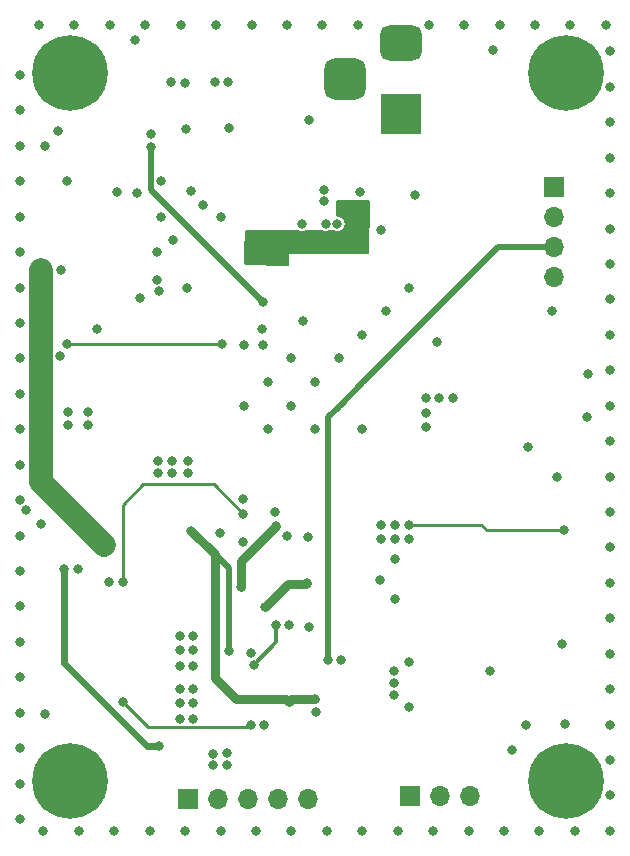
<source format=gbr>
%TF.GenerationSoftware,KiCad,Pcbnew,7.0.2-0*%
%TF.CreationDate,2025-01-08T12:57:51-05:00*%
%TF.ProjectId,plaqchek_power,706c6171-6368-4656-9b5f-706f7765722e,rev?*%
%TF.SameCoordinates,Original*%
%TF.FileFunction,Copper,L4,Bot*%
%TF.FilePolarity,Positive*%
%FSLAX46Y46*%
G04 Gerber Fmt 4.6, Leading zero omitted, Abs format (unit mm)*
G04 Created by KiCad (PCBNEW 7.0.2-0) date 2025-01-08 12:57:51*
%MOMM*%
%LPD*%
G01*
G04 APERTURE LIST*
G04 Aperture macros list*
%AMRoundRect*
0 Rectangle with rounded corners*
0 $1 Rounding radius*
0 $2 $3 $4 $5 $6 $7 $8 $9 X,Y pos of 4 corners*
0 Add a 4 corners polygon primitive as box body*
4,1,4,$2,$3,$4,$5,$6,$7,$8,$9,$2,$3,0*
0 Add four circle primitives for the rounded corners*
1,1,$1+$1,$2,$3*
1,1,$1+$1,$4,$5*
1,1,$1+$1,$6,$7*
1,1,$1+$1,$8,$9*
0 Add four rect primitives between the rounded corners*
20,1,$1+$1,$2,$3,$4,$5,0*
20,1,$1+$1,$4,$5,$6,$7,0*
20,1,$1+$1,$6,$7,$8,$9,0*
20,1,$1+$1,$8,$9,$2,$3,0*%
G04 Aperture macros list end*
%TA.AperFunction,ComponentPad*%
%ADD10R,3.500000X3.500000*%
%TD*%
%TA.AperFunction,ComponentPad*%
%ADD11RoundRect,0.750000X-1.000000X0.750000X-1.000000X-0.750000X1.000000X-0.750000X1.000000X0.750000X0*%
%TD*%
%TA.AperFunction,ComponentPad*%
%ADD12RoundRect,0.875000X-0.875000X0.875000X-0.875000X-0.875000X0.875000X-0.875000X0.875000X0.875000X0*%
%TD*%
%TA.AperFunction,ComponentPad*%
%ADD13R,1.700000X1.700000*%
%TD*%
%TA.AperFunction,ComponentPad*%
%ADD14O,1.700000X1.700000*%
%TD*%
%TA.AperFunction,ComponentPad*%
%ADD15C,6.400000*%
%TD*%
%TA.AperFunction,ViaPad*%
%ADD16C,0.800000*%
%TD*%
%TA.AperFunction,Conductor*%
%ADD17C,0.500000*%
%TD*%
%TA.AperFunction,Conductor*%
%ADD18C,0.800000*%
%TD*%
%TA.AperFunction,Conductor*%
%ADD19C,0.250000*%
%TD*%
%TA.AperFunction,Conductor*%
%ADD20C,2.000000*%
%TD*%
%TA.AperFunction,Conductor*%
%ADD21C,0.600000*%
%TD*%
%TA.AperFunction,Conductor*%
%ADD22C,0.300000*%
%TD*%
G04 APERTURE END LIST*
D10*
%TO.P,J3,1*%
%TO.N,+12V*%
X154275000Y-64300000D03*
D11*
%TO.P,J3,2*%
%TO.N,GND*%
X154275000Y-58300000D03*
D12*
%TO.P,J3,3*%
X149575000Y-61300000D03*
%TD*%
D13*
%TO.P,J1,1,Pin_1*%
%TO.N,SIPM_BIAS_OUT*%
X136275000Y-122300000D03*
D14*
%TO.P,J1,2,Pin_2*%
%TO.N,+6V*%
X138815000Y-122300000D03*
%TO.P,J1,3,Pin_3*%
%TO.N,+3V3*%
X141355000Y-122300000D03*
%TO.P,J1,4,Pin_4*%
%TO.N,-6V5*%
X143895000Y-122300000D03*
%TO.P,J1,5,Pin_5*%
%TO.N,GND*%
X146435000Y-122300000D03*
%TD*%
D15*
%TO.P,H2,1,1*%
%TO.N,Net-(H2-Pad1)*%
X126275000Y-120800000D03*
%TD*%
%TO.P,H4,1,1*%
%TO.N,Net-(H4-Pad1)*%
X168275000Y-120800000D03*
%TD*%
D13*
%TO.P,J2,1,Pin_1*%
%TO.N,+12V*%
X167275000Y-70500000D03*
D14*
%TO.P,J2,2,Pin_2*%
%TO.N,+3V3*%
X167275000Y-73040000D03*
%TO.P,J2,3,Pin_3*%
%TO.N,PD_EN*%
X167275000Y-75580000D03*
%TO.P,J2,4,Pin_4*%
%TO.N,GND*%
X167275000Y-78120000D03*
%TD*%
D15*
%TO.P,H3,1,1*%
%TO.N,Net-(H3-Pad1)*%
X168275000Y-60800000D03*
%TD*%
D13*
%TO.P,J4,1,Pin_1*%
%TO.N,+6V*%
X155025000Y-122050000D03*
D14*
%TO.P,J4,2,Pin_2*%
%TO.N,-6V5*%
X157565000Y-122050000D03*
%TO.P,J4,3,Pin_3*%
%TO.N,GND*%
X160105000Y-122050000D03*
%TD*%
D15*
%TO.P,H1,1,1*%
%TO.N,Net-(H1-Pad1)*%
X126275000Y-60800000D03*
%TD*%
D16*
%TO.N,/SIPM Bias/VB_SIPM*%
X139709500Y-109775000D03*
X147025000Y-113850000D03*
X136525000Y-99575000D03*
%TO.N,GND*%
X122000000Y-112000000D03*
X172000000Y-92000000D03*
X171625000Y-56750000D03*
X140900000Y-96900000D03*
X132166372Y-79892857D03*
X147800000Y-70700000D03*
X152600000Y-74100000D03*
X150800000Y-70900000D03*
X168200000Y-115950000D03*
X172000000Y-80000000D03*
X135600000Y-111025000D03*
X147625000Y-56750000D03*
X122000000Y-97000000D03*
X123625000Y-56750000D03*
X152575000Y-99100000D03*
X155000000Y-110700000D03*
X148900000Y-73600000D03*
X123775000Y-99050000D03*
X122000000Y-70000000D03*
X153700000Y-113500000D03*
X133100000Y-66000000D03*
X169000000Y-125000000D03*
X156625000Y-56750000D03*
X122000000Y-67000000D03*
X136650000Y-115500000D03*
X153000000Y-81000000D03*
X159625000Y-56750000D03*
X122525000Y-97800000D03*
X135625000Y-56750000D03*
X122000000Y-91000000D03*
X170000000Y-90000000D03*
X122000000Y-109000000D03*
X166000000Y-125000000D03*
X162625000Y-56750000D03*
X126000000Y-70000000D03*
X135000000Y-75000000D03*
X172000000Y-104000000D03*
X125400000Y-84800000D03*
X163000000Y-125000000D03*
X141625000Y-56750000D03*
X148000000Y-125000000D03*
X126625000Y-56750000D03*
X135600000Y-108525000D03*
X165625000Y-56750000D03*
X143000000Y-87000000D03*
X134000000Y-70000000D03*
X167500000Y-95000000D03*
X124175000Y-67050000D03*
X165000000Y-92500000D03*
X122000000Y-82000000D03*
X134925000Y-93650000D03*
X139000000Y-125000000D03*
X151000000Y-83000000D03*
X162100000Y-58900000D03*
X164900000Y-116000000D03*
X150625000Y-56750000D03*
X153700000Y-111500000D03*
X154975000Y-100300000D03*
X172000000Y-95000000D03*
X135600000Y-109725000D03*
X145000000Y-89000000D03*
X172000000Y-113000000D03*
X141000000Y-89000000D03*
X129625000Y-56750000D03*
X139700000Y-65500000D03*
X157000000Y-125000000D03*
X144620000Y-100035837D03*
X134000000Y-73000000D03*
X143600000Y-98000000D03*
X172000000Y-71000000D03*
X145900000Y-73600000D03*
X153700000Y-112500000D03*
X130000000Y-125000000D03*
X136100000Y-65600000D03*
X152575000Y-100300000D03*
X172000000Y-65000000D03*
X122000000Y-103000000D03*
X172000000Y-59000000D03*
X122000000Y-76000000D03*
X122000000Y-106000000D03*
X136650000Y-114200000D03*
X140875000Y-100500000D03*
X133725000Y-93650000D03*
X136650000Y-113000000D03*
X153775000Y-100300000D03*
X122000000Y-121000000D03*
X131900000Y-71000000D03*
X153775000Y-102000000D03*
X126100000Y-90600000D03*
X122000000Y-79000000D03*
X124000000Y-125000000D03*
X136000000Y-125000000D03*
X154000000Y-125000000D03*
X122000000Y-88000000D03*
X141600000Y-109900000D03*
X147100000Y-114900000D03*
X172000000Y-74000000D03*
X147000000Y-87000000D03*
X122000000Y-85000000D03*
X124150000Y-115100000D03*
X142700000Y-116000000D03*
X172000000Y-116000000D03*
X149000000Y-85000000D03*
X125225000Y-65750000D03*
X122000000Y-64000000D03*
X154975000Y-99100000D03*
X131775000Y-58050000D03*
X146420000Y-100135837D03*
X136225000Y-93650000D03*
X172000000Y-83000000D03*
X149200000Y-110500000D03*
X125500000Y-77500000D03*
X122000000Y-124000000D03*
X151000000Y-125000000D03*
X161850000Y-111480000D03*
X135600000Y-114200000D03*
X136200000Y-79000000D03*
X127000000Y-125000000D03*
X122000000Y-94000000D03*
X138975000Y-99800000D03*
X172000000Y-125000000D03*
X122000000Y-118000000D03*
X133600000Y-78400000D03*
X167075000Y-81000000D03*
X172000000Y-107000000D03*
X136650000Y-108525000D03*
X172000000Y-62000000D03*
X168625000Y-56750000D03*
X172000000Y-77000000D03*
X136225000Y-94700000D03*
X133000000Y-125000000D03*
X157300000Y-83600000D03*
X147800000Y-71700000D03*
X172000000Y-86000000D03*
X136650000Y-111025000D03*
X147900000Y-73600000D03*
X133600000Y-76000000D03*
X155000000Y-79000000D03*
X134800000Y-61600000D03*
X153800000Y-105400000D03*
X172000000Y-101000000D03*
X122000000Y-100000000D03*
X160000000Y-125000000D03*
X155000000Y-114500000D03*
X172000000Y-119000000D03*
X127800000Y-90600000D03*
X145000000Y-125000000D03*
X167875000Y-109150000D03*
X138625000Y-56750000D03*
X122000000Y-73000000D03*
X132625000Y-56750000D03*
X135600000Y-115500000D03*
X145000000Y-85000000D03*
X126900000Y-102800000D03*
X138500000Y-61600000D03*
X155500000Y-71200000D03*
X142000000Y-125000000D03*
X172000000Y-110000000D03*
X136650000Y-109725000D03*
X172000000Y-89000000D03*
X122000000Y-115000000D03*
X168075000Y-99550000D03*
X133725000Y-94700000D03*
X134925000Y-94700000D03*
X135600000Y-113000000D03*
X172000000Y-68000000D03*
X144800000Y-107600000D03*
X122000000Y-61000000D03*
X128500000Y-82500000D03*
X172000000Y-122000000D03*
X129600000Y-103900000D03*
X144625000Y-56750000D03*
X153775000Y-99100000D03*
X146500000Y-107700000D03*
X172000000Y-98000000D03*
X163675000Y-118150000D03*
X143000000Y-91000000D03*
X152500000Y-103800000D03*
X133800000Y-79300000D03*
X151000000Y-91000000D03*
X147000000Y-91000000D03*
%TO.N,/SIPM Bias/COMP_SIPM*%
X142750000Y-106075000D03*
X146295837Y-104026878D03*
%TO.N,/SIPM Bias/VOUT_SIPM*%
X130720000Y-103935837D03*
X140920000Y-98135837D03*
X141620000Y-116000000D03*
X130710000Y-114070000D03*
%TO.N,+12V*%
X135975000Y-61650000D03*
X146025000Y-81800000D03*
X139675000Y-61600000D03*
X129175000Y-100800000D03*
X123800000Y-77500000D03*
X146475000Y-64850000D03*
X130275000Y-70900000D03*
%TO.N,/main_pwr/SW_3V3*%
X142870000Y-76630000D03*
X149440000Y-74780000D03*
X141780000Y-76590000D03*
X149460000Y-75640000D03*
X144010000Y-76650000D03*
X150730000Y-72580000D03*
%TO.N,+6V*%
X126100000Y-89500000D03*
X142575000Y-83900000D03*
X142625000Y-80250000D03*
X138325000Y-118450000D03*
X138375000Y-119400000D03*
X133125000Y-67100000D03*
X127800000Y-89500000D03*
X139575000Y-119400000D03*
X139575000Y-118400000D03*
X140975000Y-83900000D03*
X142475000Y-82500000D03*
%TO.N,-6V5*%
X158720000Y-88335837D03*
X156420000Y-89635837D03*
X156420000Y-90835837D03*
X156420000Y-88335837D03*
X157520000Y-88335837D03*
%TO.N,SIPM_BIAS_OUT*%
X133775000Y-117800000D03*
X125775000Y-102800000D03*
%TO.N,+3V3*%
X139025000Y-73050000D03*
X136525000Y-70800000D03*
X170075000Y-86300000D03*
X137525000Y-72050000D03*
%TO.N,PD_EN*%
X148075000Y-110500000D03*
%TO.N,/main_pwr/VOUT_6V*%
X139100000Y-83800000D03*
X126000000Y-83800000D03*
%TO.N,/SIPM Bias/FB_SIPM_OUT*%
X140770837Y-104351878D03*
X143679435Y-99201878D03*
%TO.N,/SIPM Bias/EN_SIPM_R*%
X141800000Y-110950000D03*
X143725000Y-107577000D03*
%TD*%
D17*
%TO.N,/SIPM Bias/VB_SIPM*%
X139709500Y-102759500D02*
X138512500Y-101562500D01*
D18*
X144975000Y-113850000D02*
X144775000Y-114050000D01*
X138512500Y-101562500D02*
X136525000Y-99575000D01*
X144575000Y-113850000D02*
X140325000Y-113850000D01*
X140325000Y-113850000D02*
X138512500Y-112037500D01*
X138512500Y-112037500D02*
X138512500Y-103575000D01*
X147025000Y-113850000D02*
X144975000Y-113850000D01*
D17*
X139709500Y-109775000D02*
X139709500Y-102759500D01*
D18*
X144775000Y-114050000D02*
X144575000Y-113850000D01*
X138512500Y-103575000D02*
X138512500Y-101562500D01*
D19*
%TO.N,GND*%
X161534163Y-99550000D02*
X168075000Y-99550000D01*
X154975000Y-99100000D02*
X161084163Y-99100000D01*
X161084163Y-99100000D02*
X161534163Y-99550000D01*
D18*
%TO.N,/SIPM Bias/COMP_SIPM*%
X144700000Y-104125000D02*
X146197715Y-104125000D01*
X144700000Y-104125000D02*
X142750000Y-106075000D01*
X146197715Y-104125000D02*
X146295837Y-104026878D01*
D19*
%TO.N,/SIPM Bias/VOUT_SIPM*%
X132470000Y-95635837D02*
X130720000Y-97385837D01*
X141395000Y-116225000D02*
X137925000Y-116225000D01*
X137875000Y-116225000D02*
X132865000Y-116225000D01*
X138420000Y-95635837D02*
X132470000Y-95635837D01*
X141620000Y-116000000D02*
X141395000Y-116225000D01*
X130720000Y-97385837D02*
X130720000Y-103935837D01*
X132865000Y-116225000D02*
X130710000Y-114070000D01*
X140920000Y-98135837D02*
X138420000Y-95635837D01*
D20*
%TO.N,+12V*%
X123800000Y-95425000D02*
X129175000Y-100800000D01*
X123800000Y-77500000D02*
X123800000Y-95425000D01*
D17*
%TO.N,+6V*%
X133125000Y-70750000D02*
X142625000Y-80250000D01*
X133125000Y-67100000D02*
X133125000Y-70750000D01*
D21*
%TO.N,SIPM_BIAS_OUT*%
X125775000Y-110800000D02*
X125775000Y-102800000D01*
X133775000Y-117800000D02*
X132775000Y-117800000D01*
X132775000Y-117800000D02*
X125775000Y-110800000D01*
D17*
%TO.N,PD_EN*%
X151000000Y-87075000D02*
X149075000Y-89000000D01*
X151075000Y-87000000D02*
X151000000Y-87000000D01*
X149075000Y-89000000D02*
X149000000Y-89000000D01*
X162495000Y-75580000D02*
X151075000Y-87000000D01*
X148075000Y-90000000D02*
X148075000Y-110500000D01*
X149000000Y-89075000D02*
X148075000Y-90000000D01*
X151000000Y-87000000D02*
X151000000Y-87075000D01*
X167275000Y-75580000D02*
X162495000Y-75580000D01*
X149000000Y-89000000D02*
X149000000Y-89075000D01*
D19*
%TO.N,/main_pwr/VOUT_6V*%
X126000000Y-83800000D02*
X139100000Y-83800000D01*
D18*
%TO.N,/SIPM Bias/FB_SIPM_OUT*%
X140770837Y-104351878D02*
X140770837Y-102110476D01*
X140770837Y-102110476D02*
X143679435Y-99201878D01*
D22*
%TO.N,/SIPM Bias/EN_SIPM_R*%
X143725000Y-107577000D02*
X143725000Y-109025000D01*
X143725000Y-109025000D02*
X141800000Y-110950000D01*
%TD*%
%TA.AperFunction,Conductor*%
%TO.N,/main_pwr/SW_3V3*%
G36*
X141030787Y-77011535D02*
G01*
X141029816Y-77006984D01*
X141029816Y-75039083D01*
X141044218Y-74990034D01*
X141044331Y-74972937D01*
X141044332Y-74972937D01*
X141030787Y-77011535D01*
G37*
%TD.AperFunction*%
%TD*%
%TA.AperFunction,Conductor*%
%TO.N,/main_pwr/SW_3V3*%
G36*
X151563039Y-71605606D02*
G01*
X151608794Y-71658410D01*
X151620000Y-71709921D01*
X151620000Y-73928623D01*
X151600315Y-73995662D01*
X151600003Y-73996048D01*
X151599061Y-75120594D01*
X151598277Y-76058474D01*
X151598273Y-76062834D01*
X151578532Y-76129857D01*
X151525690Y-76175567D01*
X151474273Y-76186730D01*
X148843955Y-76186730D01*
X148828541Y-76182203D01*
X149970000Y-76180000D01*
X149980000Y-74100000D01*
X149232635Y-74101673D01*
X149328282Y-74028282D01*
X149424536Y-73902841D01*
X149485044Y-73756762D01*
X149505682Y-73600000D01*
X149485044Y-73443238D01*
X149424536Y-73297159D01*
X149328282Y-73171717D01*
X149202840Y-73075463D01*
X149056762Y-73014956D01*
X148897328Y-72993966D01*
X148833432Y-72965699D01*
X148794961Y-72907375D01*
X148789515Y-72870987D01*
X148789978Y-71709871D01*
X148809689Y-71642840D01*
X148862512Y-71597106D01*
X148913978Y-71585921D01*
X151496000Y-71585921D01*
X151563039Y-71605606D01*
G37*
%TD.AperFunction*%
%TD*%
%TA.AperFunction,Conductor*%
%TO.N,/main_pwr/SW_3V3*%
G36*
X149970000Y-76180000D02*
G01*
X148828538Y-76182203D01*
X144790000Y-76189999D01*
X144790000Y-77035006D01*
X144770315Y-77102045D01*
X144717511Y-77147800D01*
X144665011Y-77159002D01*
X141152827Y-77130980D01*
X141085946Y-77110761D01*
X141040614Y-77057594D01*
X141030786Y-77011533D01*
X141049183Y-74242898D01*
X141069312Y-74175993D01*
X141122419Y-74130590D01*
X141172898Y-74119724D01*
X145537010Y-74109950D01*
X145584733Y-74119388D01*
X145597156Y-74124533D01*
X145597159Y-74124536D01*
X145743238Y-74185044D01*
X145900000Y-74205682D01*
X146056762Y-74185044D01*
X146157919Y-74143143D01*
X146217924Y-74118289D01*
X146219739Y-74122671D01*
X146255725Y-74108750D01*
X146265778Y-74108318D01*
X147529966Y-74105487D01*
X147581198Y-74120406D01*
X147582076Y-74118289D01*
X147663161Y-74151875D01*
X147743238Y-74185044D01*
X147900000Y-74205682D01*
X148056762Y-74185044D01*
X148170129Y-74138085D01*
X148217926Y-74118288D01*
X148218945Y-74120748D01*
X148261594Y-74104256D01*
X148271618Y-74103826D01*
X148527055Y-74103254D01*
X148581711Y-74119169D01*
X148582076Y-74118289D01*
X148590100Y-74121612D01*
X148594136Y-74122788D01*
X148595863Y-74123999D01*
X148597158Y-74124535D01*
X148597159Y-74124536D01*
X148743238Y-74185044D01*
X148900000Y-74205682D01*
X149056762Y-74185044D01*
X149202841Y-74124536D01*
X149232636Y-74101672D01*
X149980000Y-74100000D01*
X149970000Y-76180000D01*
G37*
%TD.AperFunction*%
%TD*%
M02*

</source>
